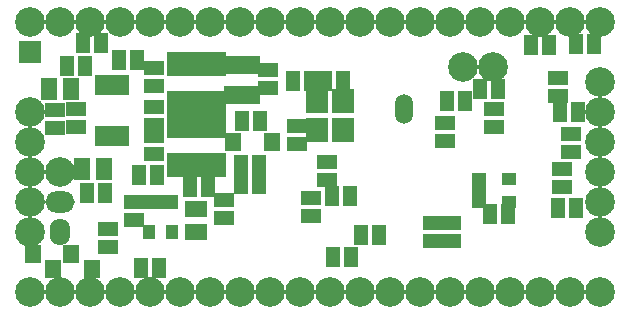
<source format=gbs>
G04 (created by PCBNEW-RS274X (2011-05-25)-stable) date Thu 12 Mar 2015 10:15:44 GMT*
G01*
G70*
G90*
%MOIN*%
G04 Gerber Fmt 3.4, Leading zero omitted, Abs format*
%FSLAX34Y34*%
G04 APERTURE LIST*
%ADD10C,0.006000*%
%ADD11R,0.075100X0.083000*%
%ADD12O,0.067200X0.090900*%
%ADD13O,0.098300X0.071200*%
%ADD14C,0.098700*%
%ADD15R,0.075000X0.075000*%
%ADD16R,0.047600X0.059400*%
%ADD17R,0.040000X0.050000*%
%ADD18R,0.050000X0.040000*%
%ADD19R,0.055000X0.075000*%
%ADD20R,0.045000X0.065000*%
%ADD21R,0.065000X0.045000*%
%ADD22R,0.035000X0.070000*%
%ADD23R,0.055400X0.060200*%
%ADD24O,0.059400X0.098700*%
%ADD25R,0.100000X0.080000*%
%ADD26R,0.075000X0.055000*%
G04 APERTURE END LIST*
G54D10*
G54D11*
X57433Y-34597D03*
X56567Y-33653D03*
X56567Y-34597D03*
X57433Y-33653D03*
G54D12*
X48000Y-38000D03*
G54D13*
X48000Y-37000D03*
G54D14*
X48000Y-36000D03*
G54D15*
X47000Y-32000D03*
G54D14*
X47000Y-38000D03*
X47000Y-37000D03*
X47000Y-36000D03*
X47000Y-35000D03*
X47000Y-34000D03*
X66000Y-38000D03*
X66000Y-37000D03*
X66000Y-36000D03*
X66000Y-35000D03*
X66000Y-34000D03*
X66000Y-33000D03*
X47000Y-40000D03*
X48000Y-40000D03*
X49000Y-40000D03*
X50000Y-40000D03*
X51000Y-40000D03*
X52000Y-40000D03*
X53000Y-40000D03*
X54000Y-40000D03*
X55000Y-40000D03*
X56000Y-40000D03*
X57000Y-40000D03*
X58000Y-40000D03*
X59000Y-40000D03*
X60000Y-40000D03*
X61000Y-40000D03*
X62000Y-40000D03*
X63000Y-40000D03*
X64000Y-40000D03*
X65000Y-40000D03*
X66000Y-40000D03*
X47000Y-31000D03*
X48000Y-31000D03*
X49000Y-31000D03*
X50000Y-31000D03*
X51000Y-31000D03*
X52000Y-31000D03*
X53000Y-31000D03*
X54000Y-31000D03*
X55000Y-31000D03*
X56000Y-31000D03*
X57000Y-31000D03*
X58000Y-31000D03*
X59000Y-31000D03*
X60000Y-31000D03*
X61000Y-31000D03*
X62000Y-31000D03*
X63000Y-31000D03*
X64000Y-31000D03*
X65000Y-31000D03*
X66000Y-31000D03*
X62450Y-32525D03*
X61450Y-32525D03*
G54D16*
X54450Y-32450D03*
X54075Y-32450D03*
X53700Y-32450D03*
X53700Y-33450D03*
X54075Y-33450D03*
X54450Y-33450D03*
G54D17*
X50975Y-37000D03*
X51725Y-37000D03*
X50975Y-38000D03*
X51350Y-37000D03*
X51725Y-38000D03*
G54D18*
X61975Y-37000D03*
X61975Y-36250D03*
X62975Y-37000D03*
X61975Y-36625D03*
X62975Y-36250D03*
G54D19*
X47633Y-33252D03*
X48383Y-33252D03*
X48725Y-35925D03*
X49475Y-35925D03*
G54D20*
X58035Y-38102D03*
X58635Y-38102D03*
X54675Y-34325D03*
X54075Y-34325D03*
X54025Y-36400D03*
X54625Y-36400D03*
X63700Y-31775D03*
X64300Y-31775D03*
X62000Y-33250D03*
X62600Y-33250D03*
X52325Y-36525D03*
X52925Y-36525D03*
G54D21*
X55900Y-34480D03*
X55900Y-35080D03*
G54D20*
X51300Y-39225D03*
X50700Y-39225D03*
X49375Y-31700D03*
X48775Y-31700D03*
X48228Y-32488D03*
X48828Y-32488D03*
G54D21*
X62475Y-33925D03*
X62475Y-34525D03*
X50475Y-37600D03*
X50475Y-37000D03*
X51126Y-35422D03*
X51126Y-34822D03*
G54D20*
X54025Y-35775D03*
X54625Y-35775D03*
G54D21*
X54950Y-33200D03*
X54950Y-32600D03*
X61025Y-38300D03*
X61025Y-37700D03*
G54D20*
X65200Y-31750D03*
X65800Y-31750D03*
X56375Y-32975D03*
X55775Y-32975D03*
X57700Y-38850D03*
X57100Y-38850D03*
G54D21*
X60825Y-34375D03*
X60825Y-34975D03*
G54D20*
X60900Y-33650D03*
X61500Y-33650D03*
X56850Y-32975D03*
X57450Y-32975D03*
X57075Y-36825D03*
X57675Y-36825D03*
G54D21*
X51125Y-33850D03*
X51125Y-34450D03*
X51125Y-32550D03*
X51125Y-33150D03*
G54D20*
X62925Y-37425D03*
X62325Y-37425D03*
X51225Y-36125D03*
X50625Y-36125D03*
G54D21*
X53475Y-36950D03*
X53475Y-37550D03*
G54D20*
X49500Y-36725D03*
X48900Y-36725D03*
G54D21*
X48550Y-33925D03*
X48550Y-34525D03*
X56375Y-37475D03*
X56375Y-36875D03*
X49618Y-37905D03*
X49618Y-38505D03*
G54D22*
X50124Y-34826D03*
X49868Y-34826D03*
X49612Y-34826D03*
X49356Y-34826D03*
X49356Y-33126D03*
X49612Y-33126D03*
X49868Y-33126D03*
X50124Y-33126D03*
G54D23*
X53779Y-35000D03*
X55071Y-35000D03*
X47094Y-38740D03*
X48386Y-38740D03*
X49066Y-39240D03*
X47774Y-39240D03*
G54D21*
X56900Y-36275D03*
X56900Y-35675D03*
G54D20*
X64594Y-37224D03*
X65194Y-37224D03*
G54D21*
X64725Y-36525D03*
X64725Y-35925D03*
G54D20*
X65280Y-34016D03*
X64680Y-34016D03*
G54D21*
X65039Y-34759D03*
X65039Y-35359D03*
G54D24*
X59475Y-33900D03*
G54D25*
X53025Y-35775D03*
X53025Y-34475D03*
G54D26*
X52550Y-38000D03*
X52550Y-37250D03*
G54D25*
X52075Y-35775D03*
X52075Y-34475D03*
X52075Y-32425D03*
X52075Y-33725D03*
G54D20*
X50575Y-32275D03*
X49975Y-32275D03*
G54D25*
X53025Y-32425D03*
X53025Y-33725D03*
G54D21*
X60450Y-38300D03*
X60450Y-37700D03*
X64602Y-33469D03*
X64602Y-32869D03*
X47850Y-33950D03*
X47850Y-34550D03*
M02*

</source>
